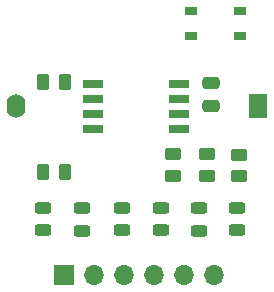
<source format=gbr>
%TF.GenerationSoftware,KiCad,Pcbnew,8.0.6*%
%TF.CreationDate,2024-10-20T10:25:28-03:00*%
%TF.ProjectId,keychain-thermometer,6b657963-6861-4696-9e2d-746865726d6f,rev?*%
%TF.SameCoordinates,Original*%
%TF.FileFunction,Soldermask,Top*%
%TF.FilePolarity,Negative*%
%FSLAX46Y46*%
G04 Gerber Fmt 4.6, Leading zero omitted, Abs format (unit mm)*
G04 Created by KiCad (PCBNEW 8.0.6) date 2024-10-20 10:25:28*
%MOMM*%
%LPD*%
G01*
G04 APERTURE LIST*
G04 Aperture macros list*
%AMRoundRect*
0 Rectangle with rounded corners*
0 $1 Rounding radius*
0 $2 $3 $4 $5 $6 $7 $8 $9 X,Y pos of 4 corners*
0 Add a 4 corners polygon primitive as box body*
4,1,4,$2,$3,$4,$5,$6,$7,$8,$9,$2,$3,0*
0 Add four circle primitives for the rounded corners*
1,1,$1+$1,$2,$3*
1,1,$1+$1,$4,$5*
1,1,$1+$1,$6,$7*
1,1,$1+$1,$8,$9*
0 Add four rect primitives between the rounded corners*
20,1,$1+$1,$2,$3,$4,$5,0*
20,1,$1+$1,$4,$5,$6,$7,0*
20,1,$1+$1,$6,$7,$8,$9,0*
20,1,$1+$1,$8,$9,$2,$3,0*%
G04 Aperture macros list end*
%ADD10RoundRect,0.250000X-0.475000X0.250000X-0.475000X-0.250000X0.475000X-0.250000X0.475000X0.250000X0*%
%ADD11RoundRect,0.250000X0.450000X-0.262500X0.450000X0.262500X-0.450000X0.262500X-0.450000X-0.262500X0*%
%ADD12RoundRect,0.243750X0.456250X-0.243750X0.456250X0.243750X-0.456250X0.243750X-0.456250X-0.243750X0*%
%ADD13RoundRect,0.243750X-0.456250X0.243750X-0.456250X-0.243750X0.456250X-0.243750X0.456250X0.243750X0*%
%ADD14RoundRect,0.250000X-0.450000X0.262500X-0.450000X-0.262500X0.450000X-0.262500X0.450000X0.262500X0*%
%ADD15RoundRect,0.250000X-0.262500X-0.450000X0.262500X-0.450000X0.262500X0.450000X-0.262500X0.450000X0*%
%ADD16R,1.700000X1.700000*%
%ADD17O,1.700000X1.700000*%
%ADD18RoundRect,0.250000X0.262500X0.450000X-0.262500X0.450000X-0.262500X-0.450000X0.262500X-0.450000X0*%
%ADD19R,1.050000X0.650000*%
%ADD20R,1.700000X0.650000*%
%ADD21R,1.600000X2.000000*%
%ADD22O,1.600000X2.000000*%
G04 APERTURE END LIST*
D10*
%TO.C,C1*%
X81300000Y-52850000D03*
X81300000Y-54750000D03*
%TD*%
D11*
%TO.C,R2*%
X78100000Y-60712500D03*
X78100000Y-58887500D03*
%TD*%
D12*
%TO.C,D3*%
X73800000Y-65300000D03*
X73800000Y-63425000D03*
%TD*%
D13*
%TO.C,D2*%
X70400000Y-63462500D03*
X70400000Y-65337500D03*
%TD*%
%TO.C,D5*%
X80300000Y-63462500D03*
X80300000Y-65337500D03*
%TD*%
D14*
%TO.C,R4*%
X83700000Y-58900000D03*
X83700000Y-60725000D03*
%TD*%
D12*
%TO.C,D6*%
X83500000Y-65300000D03*
X83500000Y-63425000D03*
%TD*%
D15*
%TO.C,TH1*%
X67087500Y-60400000D03*
X68912500Y-60400000D03*
%TD*%
D16*
%TO.C,J1*%
X68850000Y-69100000D03*
D17*
X71390000Y-69100000D03*
X73930000Y-69100000D03*
X76470000Y-69100000D03*
X79010000Y-69100000D03*
X81550000Y-69100000D03*
%TD*%
D18*
%TO.C,R1*%
X68912500Y-52800000D03*
X67087500Y-52800000D03*
%TD*%
D13*
%TO.C,D4*%
X77100000Y-63425000D03*
X77100000Y-65300000D03*
%TD*%
D11*
%TO.C,R3*%
X81000000Y-60712500D03*
X81000000Y-58887500D03*
%TD*%
D19*
%TO.C,SW1*%
X79625000Y-46725000D03*
X83775000Y-46725000D03*
X79625000Y-48875000D03*
X83775000Y-48875000D03*
%TD*%
D12*
%TO.C,D1*%
X67100000Y-65300000D03*
X67100000Y-63425000D03*
%TD*%
D20*
%TO.C,U1*%
X71300000Y-52900000D03*
X71300000Y-54170000D03*
X71300000Y-55440000D03*
X71300000Y-56710000D03*
X78600000Y-56710000D03*
X78600000Y-55440000D03*
X78600000Y-54170000D03*
X78600000Y-52900000D03*
%TD*%
D21*
%TO.C,BT1*%
X85300000Y-54800000D03*
D22*
X64800000Y-54800000D03*
%TD*%
M02*

</source>
